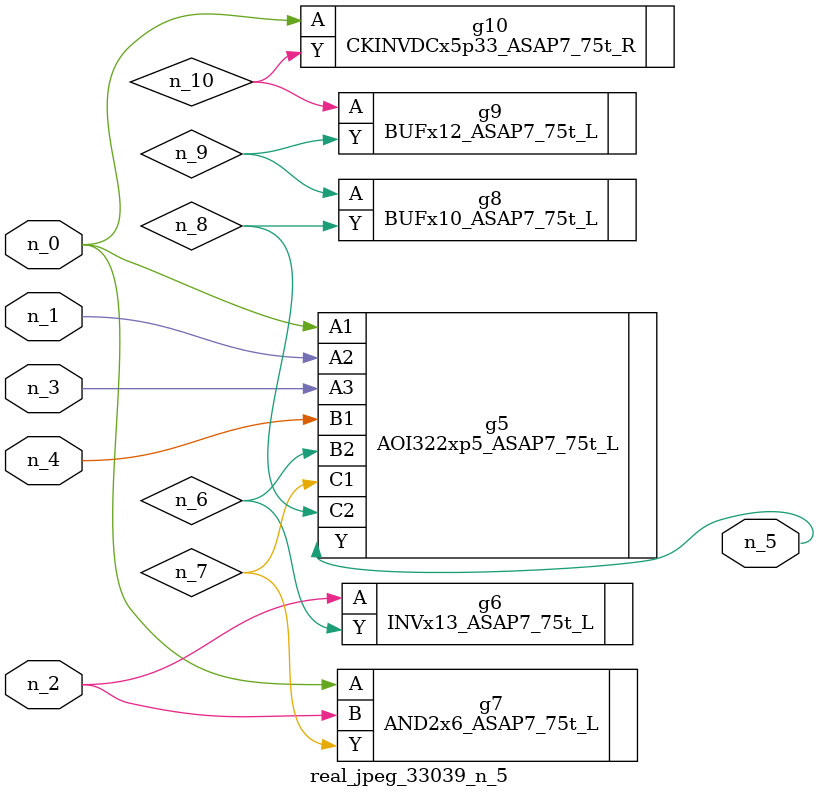
<source format=v>
module real_jpeg_33039_n_5 (n_4, n_0, n_1, n_2, n_3, n_5);

input n_4;
input n_0;
input n_1;
input n_2;
input n_3;

output n_5;

wire n_8;
wire n_6;
wire n_7;
wire n_10;
wire n_9;

AOI322xp5_ASAP7_75t_L g5 ( 
.A1(n_0),
.A2(n_1),
.A3(n_3),
.B1(n_4),
.B2(n_6),
.C1(n_7),
.C2(n_8),
.Y(n_5)
);

AND2x6_ASAP7_75t_L g7 ( 
.A(n_0),
.B(n_2),
.Y(n_7)
);

CKINVDCx5p33_ASAP7_75t_R g10 ( 
.A(n_0),
.Y(n_10)
);

INVx13_ASAP7_75t_L g6 ( 
.A(n_2),
.Y(n_6)
);

BUFx10_ASAP7_75t_L g8 ( 
.A(n_9),
.Y(n_8)
);

BUFx12_ASAP7_75t_L g9 ( 
.A(n_10),
.Y(n_9)
);


endmodule
</source>
